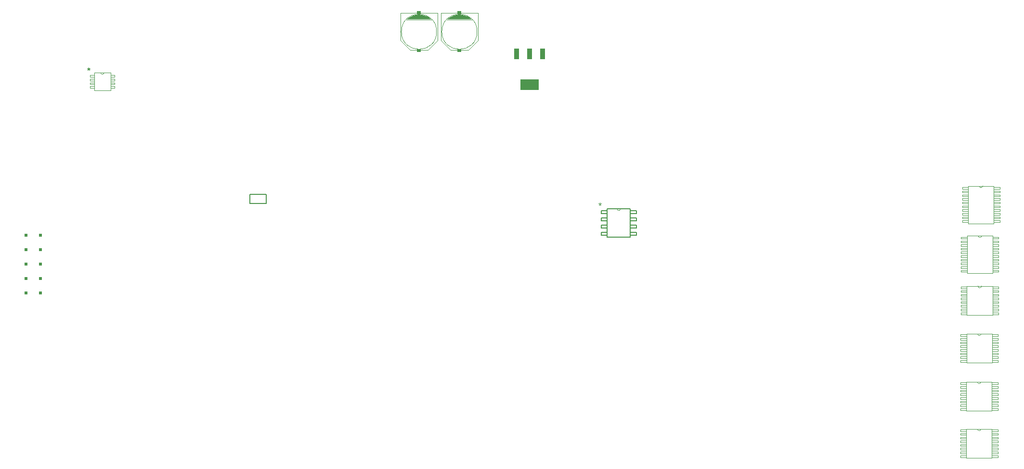
<source format=gbr>
G04 Layer_Color=65535*
%FSLAX45Y45*%
%MOMM*%
%TF.FileFunction,Mechanical*%
%TF.Part,Single*%
G01*
G75*
%TA.AperFunction,NonConductor*%
%ADD49C,0.00000*%
%ADD50C,0.15240*%
%ADD55C,0.12700*%
%ADD56C,0.10160*%
%ADD97R,0.50800X0.50800*%
%ADD98R,0.70002X0.59995*%
%ADD99R,0.86360X1.85420*%
%ADD100R,3.20040X1.85420*%
G36*
X20405368Y20648611D02*
Y20648447D01*
Y20647955D01*
Y20647301D01*
X20405203Y20646481D01*
Y20645335D01*
X20405040Y20642877D01*
X20404713Y20639764D01*
X20404385Y20636160D01*
X20403894Y20632063D01*
X20403238Y20627477D01*
X20403403D01*
X20403729Y20627641D01*
X20404221Y20627969D01*
X20404877Y20628296D01*
X20405696Y20628624D01*
X20406679Y20629115D01*
X20409135Y20630098D01*
X20412085Y20631409D01*
X20415689Y20632884D01*
X20419458Y20634193D01*
X20423553Y20635669D01*
X20427649Y20623544D01*
X20427486D01*
X20427158Y20623381D01*
X20426501Y20623218D01*
X20425847Y20622890D01*
X20424864Y20622562D01*
X20423553Y20622235D01*
X20420932Y20621579D01*
X20417654Y20620760D01*
X20414050Y20619942D01*
X20410120Y20619122D01*
X20406187Y20618629D01*
X20406516Y20618468D01*
X20407170Y20617812D01*
X20408318Y20616501D01*
X20409955Y20614862D01*
X20412085Y20612732D01*
X20414706Y20609784D01*
X20417654Y20606506D01*
X20419130Y20604541D01*
X20420932Y20602411D01*
X20410611Y20595203D01*
X20410448Y20595531D01*
X20409792Y20596513D01*
X20408646Y20597987D01*
X20407333Y20599954D01*
X20405531Y20602576D01*
X20403566Y20605852D01*
X20401273Y20609456D01*
X20398814Y20613551D01*
Y20613388D01*
X20398486Y20613060D01*
X20398160Y20612405D01*
X20397668Y20611586D01*
X20397177Y20610603D01*
X20396521Y20609456D01*
X20395047Y20606671D01*
X20393245Y20603722D01*
X20391443Y20600774D01*
X20389478Y20597824D01*
X20387674Y20595203D01*
X20377518Y20602411D01*
X20377681Y20602576D01*
X20378009Y20602904D01*
X20378500Y20603558D01*
X20379155Y20604378D01*
X20379974Y20605360D01*
X20380957Y20606506D01*
X20383087Y20609128D01*
X20385381Y20611749D01*
X20387674Y20614371D01*
X20389967Y20616827D01*
X20390952Y20617812D01*
X20391769Y20618629D01*
X20391606D01*
X20391280Y20618794D01*
X20390623D01*
X20389804Y20618958D01*
X20388821Y20619286D01*
X20387674Y20619449D01*
X20385052Y20620105D01*
X20381776Y20620760D01*
X20378172Y20621579D01*
X20374568Y20622562D01*
X20370799Y20623544D01*
X20374731Y20635669D01*
X20374896D01*
X20375388Y20635506D01*
X20376044Y20635178D01*
X20377026Y20634850D01*
X20378009Y20634521D01*
X20379318Y20634030D01*
X20382268Y20632884D01*
X20385545Y20631573D01*
X20388821Y20630098D01*
X20391934Y20628789D01*
X20393245Y20627969D01*
X20394556Y20627313D01*
Y20627477D01*
Y20627969D01*
X20394392Y20628789D01*
X20394228Y20629771D01*
Y20631081D01*
X20394064Y20632556D01*
X20393736Y20635832D01*
X20393410Y20639436D01*
X20393245Y20642877D01*
X20392917Y20646153D01*
Y20647627D01*
Y20648775D01*
X20405368D01*
Y20648611D01*
D02*
G37*
G36*
X11413768Y23023511D02*
Y23023347D01*
Y23022856D01*
Y23022202D01*
X11413604Y23021381D01*
Y23020235D01*
X11413440Y23017776D01*
X11413113Y23014664D01*
X11412785Y23011060D01*
X11412294Y23006964D01*
X11411638Y23002377D01*
X11411802D01*
X11412130Y23002541D01*
X11412621Y23002869D01*
X11413277Y23003197D01*
X11414096Y23003523D01*
X11415079Y23004015D01*
X11417536Y23004997D01*
X11420485Y23006310D01*
X11424089Y23007784D01*
X11427858Y23009094D01*
X11431953Y23010568D01*
X11436049Y22998445D01*
X11435885D01*
X11435558Y22998280D01*
X11434902Y22998119D01*
X11434247Y22997791D01*
X11433264Y22997462D01*
X11431953Y22997134D01*
X11429332Y22996478D01*
X11426055Y22995660D01*
X11422451Y22994841D01*
X11418519Y22994022D01*
X11414587Y22993530D01*
X11414915Y22993367D01*
X11415570Y22992711D01*
X11416717Y22991402D01*
X11418355Y22989761D01*
X11420485Y22987633D01*
X11423106Y22984685D01*
X11426055Y22981407D01*
X11427530Y22979440D01*
X11429332Y22977312D01*
X11419011Y22970103D01*
X11418847Y22970430D01*
X11418192Y22971413D01*
X11417045Y22972888D01*
X11415734Y22974854D01*
X11413932Y22977475D01*
X11411966Y22980753D01*
X11409672Y22984357D01*
X11407215Y22988452D01*
Y22988287D01*
X11406887Y22987959D01*
X11406560Y22987305D01*
X11406068Y22986485D01*
X11405577Y22985503D01*
X11404921Y22984357D01*
X11403447Y22981570D01*
X11401645Y22978622D01*
X11399843Y22975673D01*
X11397877Y22972723D01*
X11396074Y22970103D01*
X11385917Y22977312D01*
X11386081Y22977475D01*
X11386409Y22977803D01*
X11386900Y22978458D01*
X11387555Y22979277D01*
X11388374Y22980260D01*
X11389357Y22981407D01*
X11391487Y22984029D01*
X11393781Y22986649D01*
X11396074Y22989272D01*
X11398368Y22991728D01*
X11399351Y22992711D01*
X11400170Y22993530D01*
X11400006D01*
X11399679Y22993694D01*
X11399023D01*
X11398204Y22993858D01*
X11397221Y22994186D01*
X11396074Y22994350D01*
X11393453Y22995004D01*
X11390177Y22995660D01*
X11386572Y22996478D01*
X11382968Y22997462D01*
X11379200Y22998445D01*
X11383132Y23010568D01*
X11383296D01*
X11383787Y23010405D01*
X11384443Y23010077D01*
X11385426Y23009750D01*
X11386409Y23009422D01*
X11387719Y23008929D01*
X11390668Y23007784D01*
X11393945Y23006473D01*
X11397221Y23004997D01*
X11400334Y23003688D01*
X11401645Y23002869D01*
X11402955Y23002213D01*
Y23002377D01*
Y23002869D01*
X11402792Y23003688D01*
X11402628Y23004671D01*
Y23005981D01*
X11402464Y23007455D01*
X11402136Y23010732D01*
X11401809Y23014337D01*
X11401645Y23017776D01*
X11401317Y23021054D01*
Y23022528D01*
Y23023676D01*
X11413768D01*
Y23023511D01*
D02*
G37*
G36*
X18016144Y23945596D02*
X18086147Y23915599D01*
X18141164Y23870615D01*
X17711140D01*
X17761153Y23910596D01*
X17831155Y23945596D01*
X17926152Y23960606D01*
X18016144Y23945596D01*
D02*
G37*
G36*
X17304944D02*
X17374947Y23915599D01*
X17429964Y23870615D01*
X16999940D01*
X17049953Y23910596D01*
X17119955Y23945596D01*
X17214952Y23960606D01*
X17304944Y23945596D01*
D02*
G37*
D49*
X20695920Y20535899D02*
G03*
X20756880Y20535899I30480J0D01*
G01*
X11615420Y22933659D02*
G03*
X11676380Y22933659I30480J0D01*
G01*
X27048459Y20063460D02*
G03*
X27109421Y20063460I30480J0D01*
G01*
X27066241Y20939760D02*
G03*
X27127200Y20939760I30480J0D01*
G01*
X27045920Y19177000D02*
G03*
X27106879Y19177000I30480J0D01*
G01*
X27038300Y18336259D02*
G03*
X27099261Y18336259I30480J0D01*
G01*
X27033221Y16662399D02*
G03*
X27094180Y16662399I30480J0D01*
G01*
X27033221Y17490440D02*
G03*
X27094180Y17490440I30480J0D01*
G01*
X11501120Y22618700D02*
Y22933659D01*
X11615420D01*
X11676380D01*
X11790680D01*
Y22618700D02*
Y22933659D01*
X11501120Y22618700D02*
X11790680D01*
Y22887939D02*
X11859260D01*
Y22857460D02*
Y22887939D01*
X11790680Y22857460D02*
X11859260D01*
X11790680D02*
Y22887939D01*
Y22824440D02*
X11859260D01*
Y22793961D02*
Y22824440D01*
X11790680Y22793961D02*
X11859260D01*
X11790680D02*
Y22824440D01*
Y22758400D02*
X11859260D01*
Y22727921D02*
Y22758400D01*
X11790680Y22727921D02*
X11859260D01*
X11790680D02*
Y22758400D01*
Y22694901D02*
X11859260D01*
Y22664420D02*
Y22694901D01*
X11790680Y22664420D02*
X11859260D01*
X11790680D02*
Y22694901D01*
X11432540Y22664420D02*
X11501120D01*
X11432540D02*
Y22694901D01*
X11501120D01*
Y22664420D02*
Y22694901D01*
X11432540Y22727921D02*
X11501120D01*
X11432540D02*
Y22758400D01*
X11501120D01*
Y22727921D02*
Y22758400D01*
X11432540Y22793961D02*
X11501120D01*
X11432540D02*
Y22824440D01*
X11501120D01*
Y22793961D02*
Y22824440D01*
X11432540Y22857460D02*
X11501120D01*
X11432540D02*
Y22887939D01*
X11501120D01*
Y22857460D02*
Y22887939D01*
X26852881Y20010120D02*
Y20040601D01*
X26748740D02*
X26852881D01*
X26748740Y20010120D02*
Y20040601D01*
Y20010120D02*
X26852881D01*
Y19946620D02*
Y19974561D01*
X26748740D02*
X26852881D01*
X26748740Y19946620D02*
Y19974561D01*
Y19946620D02*
X26852881D01*
Y19880580D02*
Y19911060D01*
X26748740D02*
X26852881D01*
X26748740Y19880580D02*
Y19911060D01*
Y19880580D02*
X26852881D01*
Y19814540D02*
Y19845020D01*
X26748740D02*
X26852881D01*
X26748740Y19814540D02*
Y19845020D01*
Y19814540D02*
X26852881D01*
Y19751041D02*
Y19781520D01*
X26748740D02*
X26852881D01*
X26748740Y19751041D02*
Y19781520D01*
Y19751041D02*
X26852881D01*
Y19685001D02*
Y19715480D01*
X26748740D02*
X26852881D01*
X26748740Y19685001D02*
Y19715480D01*
Y19685001D02*
X26852881D01*
Y19621500D02*
Y19651981D01*
X26748740D02*
X26852881D01*
X26748740Y19621500D02*
Y19651981D01*
Y19621500D02*
X26852881D01*
Y19555460D02*
Y19585941D01*
X26748740D02*
X26852881D01*
X26748740Y19555460D02*
Y19585941D01*
Y19555460D02*
X26852881D01*
Y19491960D02*
Y19519901D01*
X26748740D02*
X26852881D01*
X26748740Y19491960D02*
Y19519901D01*
Y19491960D02*
X26852881D01*
Y19425920D02*
Y19456400D01*
X26748740D02*
X26852881D01*
X26748740Y19425920D02*
Y19456400D01*
Y19425920D02*
X26852881D01*
X27304999D02*
Y19456400D01*
Y19425920D02*
X27409140D01*
Y19456400D01*
X27304999D02*
X27409140D01*
X27304999Y19491960D02*
Y19519901D01*
Y19491960D02*
X27409140D01*
Y19519901D01*
X27304999D02*
X27409140D01*
X27304999Y19555460D02*
Y19585941D01*
Y19555460D02*
X27409140D01*
Y19585941D01*
X27304999D02*
X27409140D01*
X27304999Y19621500D02*
Y19651981D01*
Y19621500D02*
X27409140D01*
Y19651981D01*
X27304999D02*
X27409140D01*
X27304999Y19685001D02*
Y19715480D01*
Y19685001D02*
X27409140D01*
Y19715480D01*
X27304999D02*
X27409140D01*
X27304999Y19751041D02*
Y19781520D01*
Y19751041D02*
X27409140D01*
Y19781520D01*
X27304999D02*
X27409140D01*
X27304999Y19814540D02*
Y19845020D01*
Y19814540D02*
X27409140D01*
Y19845020D01*
X27304999D02*
X27409140D01*
X27304999Y19880580D02*
Y19911060D01*
Y19880580D02*
X27409140D01*
Y19911060D01*
X27304999D02*
X27409140D01*
X27304999Y19946620D02*
Y19974561D01*
Y19946620D02*
X27409140D01*
Y19974561D01*
X27304999D02*
X27409140D01*
X27304999Y20010120D02*
Y20040601D01*
Y20010120D02*
X27409140D01*
Y20040601D01*
X27304999D02*
X27409140D01*
X26852881Y19403059D02*
X27304999D01*
Y20063460D01*
X27109421D02*
X27304999D01*
X27048459D02*
X27109421D01*
X26852881D02*
X27048459D01*
X26852881Y19403059D02*
Y20063460D01*
X26870660Y20886420D02*
Y20916901D01*
X26766519D02*
X26870660D01*
X26766519Y20886420D02*
Y20916901D01*
Y20886420D02*
X26870660D01*
Y20822920D02*
Y20850861D01*
X26766519D02*
X26870660D01*
X26766519Y20822920D02*
Y20850861D01*
Y20822920D02*
X26870660D01*
Y20756880D02*
Y20787360D01*
X26766519D02*
X26870660D01*
X26766519Y20756880D02*
Y20787360D01*
Y20756880D02*
X26870660D01*
Y20690840D02*
Y20721320D01*
X26766519D02*
X26870660D01*
X26766519Y20690840D02*
Y20721320D01*
Y20690840D02*
X26870660D01*
Y20627341D02*
Y20657820D01*
X26766519D02*
X26870660D01*
X26766519Y20627341D02*
Y20657820D01*
Y20627341D02*
X26870660D01*
Y20561301D02*
Y20591780D01*
X26766519D02*
X26870660D01*
X26766519Y20561301D02*
Y20591780D01*
Y20561301D02*
X26870660D01*
Y20497800D02*
Y20528281D01*
X26766519D02*
X26870660D01*
X26766519Y20497800D02*
Y20528281D01*
Y20497800D02*
X26870660D01*
Y20431760D02*
Y20462241D01*
X26766519D02*
X26870660D01*
X26766519Y20431760D02*
Y20462241D01*
Y20431760D02*
X26870660D01*
Y20368260D02*
Y20396201D01*
X26766519D02*
X26870660D01*
X26766519Y20368260D02*
Y20396201D01*
Y20368260D02*
X26870660D01*
Y20302220D02*
Y20332700D01*
X26766519D02*
X26870660D01*
X26766519Y20302220D02*
Y20332700D01*
Y20302220D02*
X26870660D01*
X27322781D02*
Y20332700D01*
Y20302220D02*
X27426920D01*
Y20332700D01*
X27322781D02*
X27426920D01*
X27322781Y20368260D02*
Y20396201D01*
Y20368260D02*
X27426920D01*
Y20396201D01*
X27322781D02*
X27426920D01*
X27322781Y20431760D02*
Y20462241D01*
Y20431760D02*
X27426920D01*
Y20462241D01*
X27322781D02*
X27426920D01*
X27322781Y20497800D02*
Y20528281D01*
Y20497800D02*
X27426920D01*
Y20528281D01*
X27322781D02*
X27426920D01*
X27322781Y20561301D02*
Y20591780D01*
Y20561301D02*
X27426920D01*
Y20591780D01*
X27322781D02*
X27426920D01*
X27322781Y20627341D02*
Y20657820D01*
Y20627341D02*
X27426920D01*
Y20657820D01*
X27322781D02*
X27426920D01*
X27322781Y20690840D02*
Y20721320D01*
Y20690840D02*
X27426920D01*
Y20721320D01*
X27322781D02*
X27426920D01*
X27322781Y20756880D02*
Y20787360D01*
Y20756880D02*
X27426920D01*
Y20787360D01*
X27322781D02*
X27426920D01*
X27322781Y20822920D02*
Y20850861D01*
Y20822920D02*
X27426920D01*
Y20850861D01*
X27322781D02*
X27426920D01*
X27322781Y20886420D02*
Y20916901D01*
Y20886420D02*
X27426920D01*
Y20916901D01*
X27322781D02*
X27426920D01*
X26870660Y20279359D02*
X27322781D01*
Y20939760D01*
X27127200D02*
X27322781D01*
X27066241D02*
X27127200D01*
X26870660D02*
X27066241D01*
X26870660Y20279359D02*
Y20939760D01*
X26850339Y19136360D02*
Y19166840D01*
X26746201D02*
X26850339D01*
X26746201Y19136360D02*
Y19166840D01*
Y19136360D02*
X26850339D01*
Y19070320D02*
Y19100800D01*
X26746201D02*
X26850339D01*
X26746201Y19070320D02*
Y19100800D01*
Y19070320D02*
X26850339D01*
Y19004280D02*
Y19034760D01*
X26746201D02*
X26850339D01*
X26746201Y19004280D02*
Y19034760D01*
Y19004280D02*
X26850339D01*
Y18940781D02*
Y18971260D01*
X26746201D02*
X26850339D01*
X26746201Y18940781D02*
Y18971260D01*
Y18940781D02*
X26850339D01*
Y18874741D02*
Y18905220D01*
X26746201D02*
X26850339D01*
X26746201Y18874741D02*
Y18905220D01*
Y18874741D02*
X26850339D01*
Y18811240D02*
Y18841721D01*
X26746201D02*
X26850339D01*
X26746201Y18811240D02*
Y18841721D01*
Y18811240D02*
X26850339D01*
Y18745200D02*
Y18775681D01*
X26746201D02*
X26850339D01*
X26746201Y18745200D02*
Y18775681D01*
Y18745200D02*
X26850339D01*
Y18679160D02*
Y18709641D01*
X26746201D02*
X26850339D01*
X26746201Y18679160D02*
Y18709641D01*
Y18679160D02*
X26850339D01*
X27302460D02*
Y18709641D01*
Y18679160D02*
X27406601D01*
Y18709641D01*
X27302460D02*
X27406601D01*
X27302460Y18745200D02*
Y18775681D01*
Y18745200D02*
X27406601D01*
Y18775681D01*
X27302460D02*
X27406601D01*
X27302460Y18811240D02*
Y18841721D01*
Y18811240D02*
X27406601D01*
Y18841721D01*
X27302460D02*
X27406601D01*
X27302460Y18874741D02*
Y18905220D01*
Y18874741D02*
X27406601D01*
Y18905220D01*
X27302460D02*
X27406601D01*
X27302460Y18940781D02*
Y18971260D01*
Y18940781D02*
X27406601D01*
Y18971260D01*
X27302460D02*
X27406601D01*
X27302460Y19004280D02*
Y19034760D01*
Y19004280D02*
X27406601D01*
Y19034760D01*
X27302460D02*
X27406601D01*
X27302460Y19070320D02*
Y19100800D01*
Y19070320D02*
X27406601D01*
Y19100800D01*
X27302460D02*
X27406601D01*
X27302460Y19136360D02*
Y19166840D01*
Y19136360D02*
X27406601D01*
Y19166840D01*
X27302460D02*
X27406601D01*
X26850339Y18669000D02*
X27302460D01*
Y19177000D01*
X27106879D02*
X27302460D01*
X27045920D02*
X27106879D01*
X26850339D02*
X27045920D01*
X26850339Y18669000D02*
Y19177000D01*
X26842719Y18295621D02*
Y18326100D01*
X26738580D02*
X26842719D01*
X26738580Y18295621D02*
Y18326100D01*
Y18295621D02*
X26842719D01*
Y18229581D02*
Y18260060D01*
X26738580D02*
X26842719D01*
X26738580Y18229581D02*
Y18260060D01*
Y18229581D02*
X26842719D01*
Y18163541D02*
Y18194020D01*
X26738580D02*
X26842719D01*
X26738580Y18163541D02*
Y18194020D01*
Y18163541D02*
X26842719D01*
Y18100040D02*
Y18130521D01*
X26738580D02*
X26842719D01*
X26738580Y18100040D02*
Y18130521D01*
Y18100040D02*
X26842719D01*
Y18034000D02*
Y18064481D01*
X26738580D02*
X26842719D01*
X26738580Y18034000D02*
Y18064481D01*
Y18034000D02*
X26842719D01*
Y17970500D02*
Y18000980D01*
X26738580D02*
X26842719D01*
X26738580Y17970500D02*
Y18000980D01*
Y17970500D02*
X26842719D01*
Y17904460D02*
Y17934940D01*
X26738580D02*
X26842719D01*
X26738580Y17904460D02*
Y17934940D01*
Y17904460D02*
X26842719D01*
Y17838420D02*
Y17868900D01*
X26738580D02*
X26842719D01*
X26738580Y17838420D02*
Y17868900D01*
Y17838420D02*
X26842719D01*
X27294839D02*
Y17868900D01*
Y17838420D02*
X27398981D01*
Y17868900D01*
X27294839D02*
X27398981D01*
X27294839Y17904460D02*
Y17934940D01*
Y17904460D02*
X27398981D01*
Y17934940D01*
X27294839D02*
X27398981D01*
X27294839Y17970500D02*
Y18000980D01*
Y17970500D02*
X27398981D01*
Y18000980D01*
X27294839D02*
X27398981D01*
X27294839Y18034000D02*
Y18064481D01*
Y18034000D02*
X27398981D01*
Y18064481D01*
X27294839D02*
X27398981D01*
X27294839Y18100040D02*
Y18130521D01*
Y18100040D02*
X27398981D01*
Y18130521D01*
X27294839D02*
X27398981D01*
X27294839Y18163541D02*
Y18194020D01*
Y18163541D02*
X27398981D01*
Y18194020D01*
X27294839D02*
X27398981D01*
X27294839Y18229581D02*
Y18260060D01*
Y18229581D02*
X27398981D01*
Y18260060D01*
X27294839D02*
X27398981D01*
X27294839Y18295621D02*
Y18326100D01*
Y18295621D02*
X27398981D01*
Y18326100D01*
X27294839D02*
X27398981D01*
X26842719Y17828259D02*
X27294839D01*
Y18336259D01*
X27099261D02*
X27294839D01*
X27038300D02*
X27099261D01*
X26842719D02*
X27038300D01*
X26842719Y17828259D02*
Y18336259D01*
X26837640Y16621761D02*
Y16652240D01*
X26733499D02*
X26837640D01*
X26733499Y16621761D02*
Y16652240D01*
Y16621761D02*
X26837640D01*
Y16555721D02*
Y16586200D01*
X26733499D02*
X26837640D01*
X26733499Y16555721D02*
Y16586200D01*
Y16555721D02*
X26837640D01*
Y16489680D02*
Y16520160D01*
X26733499D02*
X26837640D01*
X26733499Y16489680D02*
Y16520160D01*
Y16489680D02*
X26837640D01*
Y16426180D02*
Y16456660D01*
X26733499D02*
X26837640D01*
X26733499Y16426180D02*
Y16456660D01*
Y16426180D02*
X26837640D01*
Y16360139D02*
Y16390620D01*
X26733499D02*
X26837640D01*
X26733499Y16360139D02*
Y16390620D01*
Y16360139D02*
X26837640D01*
Y16296640D02*
Y16327119D01*
X26733499D02*
X26837640D01*
X26733499Y16296640D02*
Y16327119D01*
Y16296640D02*
X26837640D01*
Y16230600D02*
Y16261079D01*
X26733499D02*
X26837640D01*
X26733499Y16230600D02*
Y16261079D01*
Y16230600D02*
X26837640D01*
Y16164560D02*
Y16195039D01*
X26733499D02*
X26837640D01*
X26733499Y16164560D02*
Y16195039D01*
Y16164560D02*
X26837640D01*
X27289761D02*
Y16195039D01*
Y16164560D02*
X27393900D01*
Y16195039D01*
X27289761D02*
X27393900D01*
X27289761Y16230600D02*
Y16261079D01*
Y16230600D02*
X27393900D01*
Y16261079D01*
X27289761D02*
X27393900D01*
X27289761Y16296640D02*
Y16327119D01*
Y16296640D02*
X27393900D01*
Y16327119D01*
X27289761D02*
X27393900D01*
X27289761Y16360139D02*
Y16390620D01*
Y16360139D02*
X27393900D01*
Y16390620D01*
X27289761D02*
X27393900D01*
X27289761Y16426180D02*
Y16456660D01*
Y16426180D02*
X27393900D01*
Y16456660D01*
X27289761D02*
X27393900D01*
X27289761Y16489680D02*
Y16520160D01*
Y16489680D02*
X27393900D01*
Y16520160D01*
X27289761D02*
X27393900D01*
X27289761Y16555721D02*
Y16586200D01*
Y16555721D02*
X27393900D01*
Y16586200D01*
X27289761D02*
X27393900D01*
X27289761Y16621761D02*
Y16652240D01*
Y16621761D02*
X27393900D01*
Y16652240D01*
X27289761D02*
X27393900D01*
X26837640Y16154401D02*
X27289761D01*
Y16662399D01*
X27094180D02*
X27289761D01*
X27033221D02*
X27094180D01*
X26837640D02*
X27033221D01*
X26837640Y16154401D02*
Y16662399D01*
Y17449800D02*
Y17480280D01*
X26733499D02*
X26837640D01*
X26733499Y17449800D02*
Y17480280D01*
Y17449800D02*
X26837640D01*
Y17383760D02*
Y17414240D01*
X26733499D02*
X26837640D01*
X26733499Y17383760D02*
Y17414240D01*
Y17383760D02*
X26837640D01*
Y17317720D02*
Y17348199D01*
X26733499D02*
X26837640D01*
X26733499Y17317720D02*
Y17348199D01*
Y17317720D02*
X26837640D01*
Y17254221D02*
Y17284700D01*
X26733499D02*
X26837640D01*
X26733499Y17254221D02*
Y17284700D01*
Y17254221D02*
X26837640D01*
Y17188181D02*
Y17218660D01*
X26733499D02*
X26837640D01*
X26733499Y17188181D02*
Y17218660D01*
Y17188181D02*
X26837640D01*
Y17124680D02*
Y17155161D01*
X26733499D02*
X26837640D01*
X26733499Y17124680D02*
Y17155161D01*
Y17124680D02*
X26837640D01*
Y17058640D02*
Y17089120D01*
X26733499D02*
X26837640D01*
X26733499Y17058640D02*
Y17089120D01*
Y17058640D02*
X26837640D01*
Y16992599D02*
Y17023080D01*
X26733499D02*
X26837640D01*
X26733499Y16992599D02*
Y17023080D01*
Y16992599D02*
X26837640D01*
X27289761D02*
Y17023080D01*
Y16992599D02*
X27393900D01*
Y17023080D01*
X27289761D02*
X27393900D01*
X27289761Y17058640D02*
Y17089120D01*
Y17058640D02*
X27393900D01*
Y17089120D01*
X27289761D02*
X27393900D01*
X27289761Y17124680D02*
Y17155161D01*
Y17124680D02*
X27393900D01*
Y17155161D01*
X27289761D02*
X27393900D01*
X27289761Y17188181D02*
Y17218660D01*
Y17188181D02*
X27393900D01*
Y17218660D01*
X27289761D02*
X27393900D01*
X27289761Y17254221D02*
Y17284700D01*
Y17254221D02*
X27393900D01*
Y17284700D01*
X27289761D02*
X27393900D01*
X27289761Y17317720D02*
Y17348199D01*
Y17317720D02*
X27393900D01*
Y17348199D01*
X27289761D02*
X27393900D01*
X27289761Y17383760D02*
Y17414240D01*
Y17383760D02*
X27393900D01*
Y17414240D01*
X27289761D02*
X27393900D01*
X27289761Y17449800D02*
Y17480280D01*
Y17449800D02*
X27393900D01*
Y17480280D01*
X27289761D02*
X27393900D01*
X26837640Y16982440D02*
X27289761D01*
Y17490440D01*
X27094180D02*
X27289761D01*
X27033221D02*
X27094180D01*
X26837640D02*
X27033221D01*
X26837640Y16982440D02*
Y17490440D01*
D50*
X20525740Y20452080D02*
Y20502879D01*
X20416521D02*
X20525740D01*
X20416521Y20452080D02*
Y20502879D01*
Y20452080D02*
X20525740D01*
Y20325079D02*
Y20375880D01*
X20416521D02*
X20525740D01*
X20416521Y20325079D02*
Y20375880D01*
Y20325079D02*
X20525740D01*
Y20198080D02*
Y20248880D01*
X20416521D02*
X20525740D01*
X20416521Y20198080D02*
Y20248880D01*
Y20198080D02*
X20525740D01*
Y20071080D02*
Y20121880D01*
X20416521D02*
X20525740D01*
X20416521Y20071080D02*
Y20121880D01*
Y20071080D02*
X20525740D01*
X20927060D02*
Y20121880D01*
Y20071080D02*
X21036279D01*
Y20121880D01*
X20927060D02*
X21036279D01*
X20927060Y20198080D02*
Y20248880D01*
Y20198080D02*
X21036279D01*
Y20248880D01*
X20927060D02*
X21036279D01*
X20927060Y20325079D02*
Y20375880D01*
Y20325079D02*
X21036279D01*
Y20375880D01*
X20927060D02*
X21036279D01*
X20927060Y20452080D02*
Y20502879D01*
Y20452080D02*
X21036279D01*
Y20502879D01*
X20927060D02*
X21036279D01*
X20525740Y20038060D02*
X20927060D01*
Y20535899D01*
X20756880D02*
X20927060D01*
X20695920D02*
X20756880D01*
X20525740D02*
X20695920D01*
X20525740Y20038060D02*
Y20535899D01*
D55*
X14242064Y20791068D02*
X14524303D01*
Y20629790D02*
Y20791068D01*
X14242064Y20629790D02*
X14524303D01*
X14242064D02*
Y20791068D01*
D56*
X17524959Y23655605D02*
G03*
X17524959Y23655605I-310007J0D01*
G01*
X18236159D02*
G03*
X18236159Y23655605I-310007J0D01*
G01*
X17539944Y23500613D02*
Y23980597D01*
X17369942Y23330611D02*
X17539944Y23500613D01*
X17059961Y23330611D02*
X17369942D01*
X16889960Y23500613D02*
X17059961Y23330611D01*
X16889960Y23500613D02*
Y23980597D01*
X17539944D01*
X16994962Y23865611D02*
X17439944D01*
X18251144Y23500613D02*
Y23980597D01*
X18081142Y23330611D02*
X18251144Y23500613D01*
X17771161Y23330611D02*
X18081142D01*
X17601160Y23500613D02*
X17771161Y23330611D01*
X17601160Y23500613D02*
Y23980597D01*
X18251144D01*
X17706161Y23865611D02*
X18151144D01*
D97*
X10553701Y20071080D02*
D03*
X10299701D02*
D03*
Y19817081D02*
D03*
X10553701D02*
D03*
Y19563080D02*
D03*
X10299701D02*
D03*
X10553701Y19309081D02*
D03*
X10299701D02*
D03*
Y19055080D02*
D03*
X10553701D02*
D03*
D98*
X17214952Y23990605D02*
D03*
Y23320604D02*
D03*
X17926152Y23990605D02*
D03*
Y23320604D02*
D03*
D99*
X18928081Y23265129D02*
D03*
X19390359D02*
D03*
X19159219D02*
D03*
X18928081D02*
D03*
X19390359D02*
D03*
X19159219D02*
D03*
D100*
Y22719029D02*
D03*
D03*
%TF.MD5,eb9a6e5c074d118bd1cca765f50609ad*%
M02*

</source>
